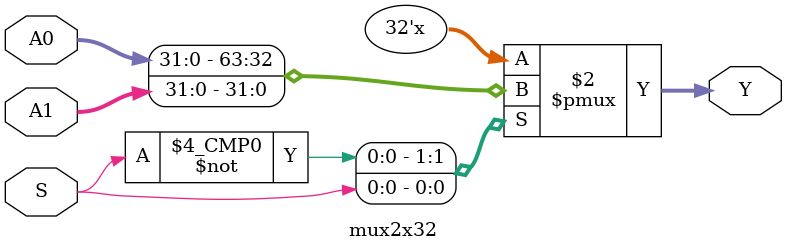
<source format=v>
`timescale 1ns / 1ps



module mux2x32(A0,A1,S,Y);
input [31:0] A0,A1;
input S;
output reg[31:0] Y;
always@(*)
    begin
    case(S)
        0:Y=A0;
        1:Y=A1;
    endcase
    end
endmodule

</source>
